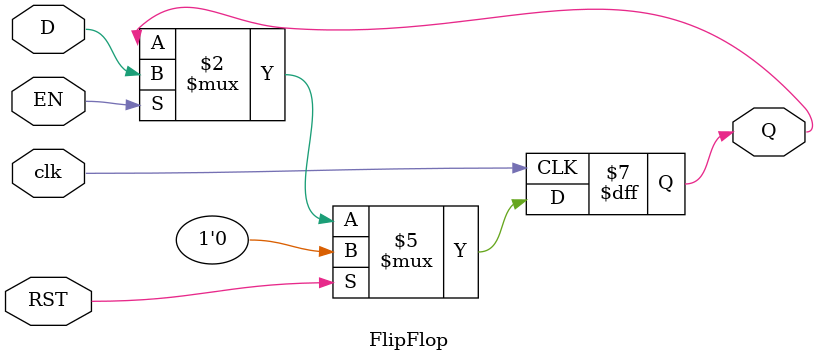
<source format=v>
`timescale 1ns / 1ps
module FlipFlop #(parameter size=1) (
    input [size-1:0] D,
    output reg [size-1:0] Q,
    input EN,
    input RST,
	 input clk
    );

always @(posedge clk)
begin
	if (RST) begin
		Q <= 0;
	end
	else if (EN) begin
		Q <= D;
	end
end

endmodule

</source>
